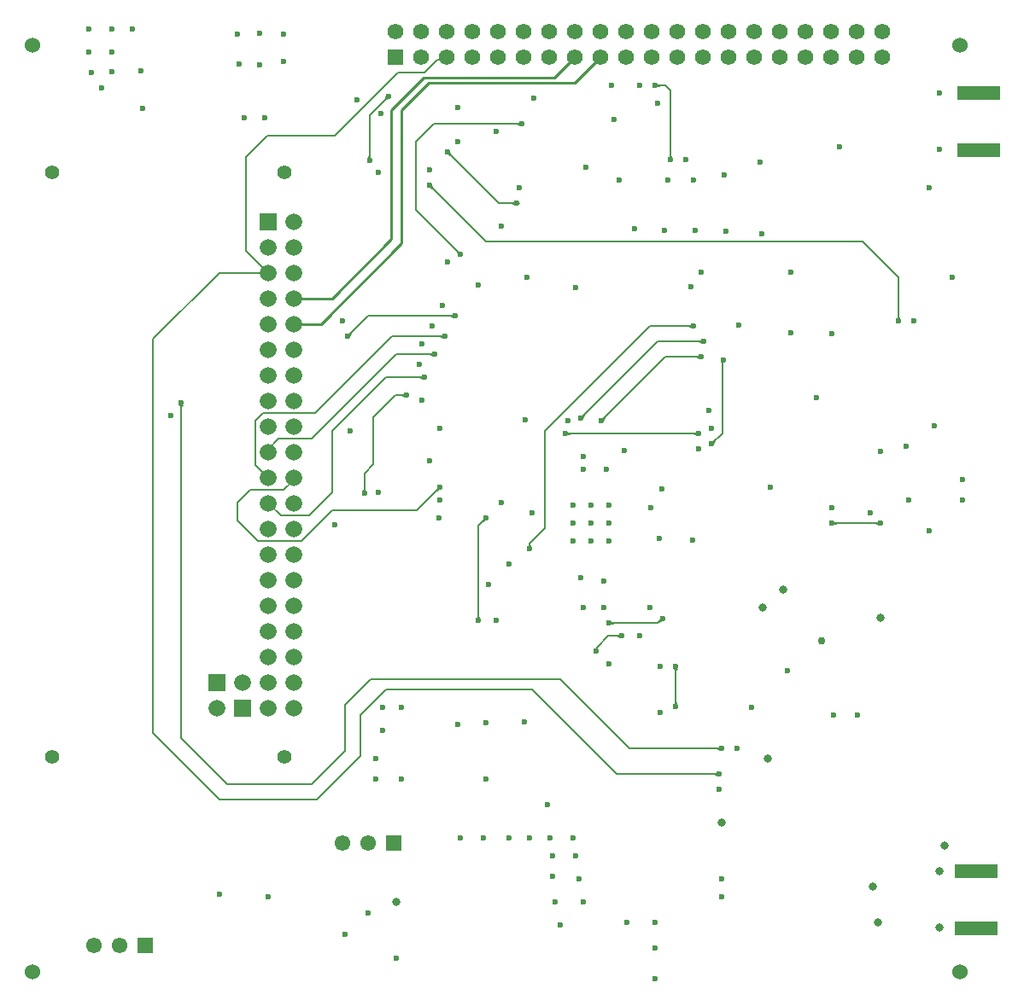
<source format=gbl>
%FSLAX23Y23*%
%MOIN*%
%SFA1B1*%

%IPPOS*%
%ADD15C,0.010000*%
%ADD18C,0.007090*%
%ADD74R,0.165350X0.053150*%
%ADD110C,0.061810*%
%ADD111R,0.061810X0.061810*%
%ADD119C,0.005910*%
%ADD127C,0.060000*%
%ADD128C,0.055120*%
%ADD129C,0.065550*%
%ADD130R,0.065550X0.065550*%
%ADD131R,0.061020X0.061020*%
%ADD132C,0.061020*%
%ADD133C,0.023620*%
%ADD134C,0.031500*%
%ADD135C,0.030000*%
%LNconcentrator_pcb-1*%
%LPD*%
G36*
X736Y2361D02*
X736Y2362D01*
X736Y2363*
X736Y2364*
X735Y2365*
X735Y2366*
X734Y2367*
X734Y2368*
X733Y2369*
X732Y2370*
X731Y2371*
X748*
X747Y2370*
X746Y2369*
X745Y2368*
X745Y2367*
X744Y2366*
X744Y2365*
X743Y2364*
X743Y2363*
X743Y2362*
X743Y2361*
X736*
G37*
G36*
X1458Y2045D02*
X1458Y2044D01*
X1458Y2043*
X1458Y2042*
X1458Y2041*
X1459Y2040*
X1459Y2039*
X1460Y2038*
X1461Y2037*
X1462Y2036*
X1463Y2035*
X1446*
X1447Y2036*
X1449Y2038*
X1450Y2039*
X1450Y2040*
X1451Y2041*
X1451Y2042*
X1451Y2043*
X1452Y2044*
X1452Y2045*
X1458*
G37*
G36*
X1601Y2412D02*
X1602Y2413D01*
X1603Y2413*
X1604Y2413*
X1605Y2413*
X1606Y2414*
X1607Y2414*
X1608Y2415*
X1609Y2416*
X1610Y2417*
X1611Y2418*
Y2401*
X1610Y2402*
X1608Y2404*
X1607Y2405*
X1606Y2405*
X1605Y2406*
X1604Y2406*
X1603Y2406*
X1602Y2406*
X1601Y2407*
Y2412*
G37*
G36*
X1671Y2482D02*
X1672Y2483D01*
X1673Y2483*
X1674Y2483*
X1675Y2483*
X1676Y2484*
X1677Y2484*
X1678Y2485*
X1679Y2486*
X1680Y2487*
X1681Y2488*
Y2471*
X1680Y2472*
X1678Y2474*
X1677Y2475*
X1676Y2475*
X1675Y2476*
X1674Y2476*
X1673Y2476*
X1672Y2476*
X1671Y2477*
Y2482*
G37*
G36*
X1711Y2572D02*
X1712Y2573D01*
X1713Y2573*
X1714Y2573*
X1715Y2573*
X1716Y2574*
X1717Y2574*
X1718Y2575*
X1719Y2576*
X1720Y2577*
X1721Y2578*
Y2561*
X1720Y2562*
X1718Y2564*
X1717Y2565*
X1716Y2565*
X1715Y2566*
X1714Y2566*
X1713Y2566*
X1712Y2566*
X1711Y2567*
Y2572*
G37*
G36*
X1903Y1548D02*
X1903Y1547D01*
X1903Y1546*
X1903Y1545*
X1904Y1544*
X1904Y1543*
X1905Y1542*
X1905Y1541*
X1906Y1540*
X1907Y1539*
X1908Y1538*
X1891*
X1892Y1539*
X1893Y1540*
X1894Y1541*
X1894Y1542*
X1895Y1543*
X1895Y1544*
X1896Y1545*
X1896Y1546*
X1896Y1547*
X1896Y1548*
X1903*
G37*
G36*
X2103Y1828D02*
X2103Y1827D01*
X2103Y1826*
X2104Y1825*
X2104Y1824*
X2104Y1823*
X2105Y1822*
X2106Y1821*
X2106Y1820*
X2107Y1819*
X2108Y1817*
X2092Y1818*
X2093Y1819*
X2094Y1820*
X2095Y1821*
X2095Y1822*
X2096Y1823*
X2096Y1824*
X2097Y1825*
X2097Y1826*
X2097Y1827*
X2097Y1828*
X2103Y1828*
G37*
G36*
X1914Y1919D02*
X1915Y1920D01*
X1915Y1921*
X1916Y1922*
X1916Y1922*
X1917Y1923*
X1917Y1925*
X1917Y1926*
X1918Y1927*
X1918Y1928*
X1918Y1929*
X1929Y1918*
X1928Y1918*
X1927Y1918*
X1926Y1917*
X1925Y1917*
X1923Y1917*
X1922Y1916*
X1922Y1916*
X1921Y1915*
X1920Y1915*
X1919Y1914*
X1914Y1919*
G37*
G36*
X1734Y2038D02*
X1735Y2039D01*
X1736Y2040*
X1736Y2041*
X1737Y2042*
X1737Y2043*
X1737Y2044*
X1737Y2045*
X1738Y2047*
X1738Y2048*
X1738Y2049*
X1749Y2038*
X1748Y2038*
X1745Y2037*
X1744Y2037*
X1743Y2037*
X1742Y2037*
X1741Y2036*
X1740Y2036*
X1739Y2035*
X1738Y2034*
X1734Y2038*
G37*
G36*
X2258Y2257D02*
X2257Y2256D01*
X2256Y2256*
X2255Y2256*
X2254Y2256*
X2253Y2255*
X2252Y2255*
X2251Y2254*
X2250Y2253*
X2249Y2252*
X2248Y2251*
Y2268*
X2249Y2267*
X2251Y2265*
X2252Y2264*
X2253Y2264*
X2254Y2263*
X2255Y2263*
X2256Y2263*
X2257Y2263*
X2258Y2262*
Y2257*
G37*
G36*
X1405Y2651D02*
X1404Y2650D01*
X1403Y2649*
X1403Y2648*
X1402Y2647*
X1402Y2646*
X1402Y2645*
X1402Y2644*
X1401Y2642*
X1401Y2641*
X1401Y2640*
X1390Y2651*
X1391Y2651*
X1394Y2652*
X1395Y2652*
X1396Y2652*
X1397Y2652*
X1398Y2653*
X1399Y2653*
X1400Y2654*
X1401Y2655*
X1405Y2651*
G37*
G36*
X1751Y2642D02*
X1752Y2643D01*
X1753Y2643*
X1754Y2643*
X1755Y2643*
X1756Y2644*
X1757Y2644*
X1758Y2645*
X1759Y2646*
X1760Y2647*
X1761Y2648*
Y2631*
X1760Y2632*
X1758Y2634*
X1757Y2635*
X1756Y2635*
X1755Y2636*
X1754Y2636*
X1753Y2636*
X1752Y2636*
X1751Y2637*
Y2642*
G37*
G36*
X1791Y2722D02*
X1792Y2723D01*
X1793Y2723*
X1794Y2723*
X1795Y2723*
X1796Y2724*
X1797Y2724*
X1798Y2725*
X1799Y2726*
X1800Y2727*
X1801Y2728*
Y2711*
X1800Y2712*
X1798Y2714*
X1797Y2715*
X1796Y2715*
X1795Y2716*
X1794Y2716*
X1793Y2716*
X1792Y2716*
X1791Y2717*
Y2722*
G37*
G36*
X1819Y2975D02*
X1820Y2974D01*
X1821Y2974*
X1822Y2973*
X1822Y2973*
X1823Y2972*
X1825Y2972*
X1826Y2972*
X1827Y2971*
X1828Y2971*
X1829Y2971*
X1818Y2960*
X1818Y2961*
X1818Y2962*
X1817Y2963*
X1817Y2964*
X1817Y2966*
X1816Y2967*
X1816Y2967*
X1815Y2968*
X1815Y2969*
X1814Y2970*
X1819Y2975*
G37*
G36*
X2031Y3163D02*
X2032Y3163D01*
X2033Y3163*
X2034Y3163*
X2035Y3164*
X2036Y3164*
X2037Y3165*
X2038Y3165*
X2039Y3166*
X2040Y3167*
X2041Y3168*
Y3151*
X2040Y3152*
X2039Y3153*
X2038Y3154*
X2037Y3154*
X2036Y3155*
X2035Y3155*
X2034Y3156*
X2033Y3156*
X2032Y3156*
X2031Y3156*
Y3163*
G37*
G36*
X1476Y3347D02*
X1477Y3346D01*
X1477Y3345*
X1477Y3344*
X1477Y3343*
X1478Y3342*
X1478Y3341*
X1479Y3340*
X1480Y3339*
X1481Y3338*
X1482Y3337*
X1465*
X1466Y3338*
X1468Y3340*
X1469Y3341*
X1469Y3342*
X1470Y3343*
X1470Y3344*
X1470Y3345*
X1470Y3346*
X1471Y3347*
X1476*
G37*
G36*
X1720Y3214D02*
X1719Y3215D01*
X1718Y3215*
X1717Y3216*
X1717Y3216*
X1716Y3217*
X1714Y3217*
X1713Y3217*
X1712Y3218*
X1711Y3218*
X1710Y3218*
X1721Y3229*
X1721Y3228*
X1721Y3227*
X1722Y3226*
X1722Y3225*
X1722Y3223*
X1723Y3222*
X1723Y3222*
X1724Y3221*
X1724Y3220*
X1725Y3219*
X1720Y3214*
G37*
G36*
X1532Y3567D02*
X1533Y3568D01*
X1534Y3569*
X1534Y3570*
X1535Y3571*
X1535Y3572*
X1535Y3573*
X1535Y3574*
X1536Y3576*
X1536Y3577*
X1536Y3578*
X1547Y3567*
X1546Y3567*
X1543Y3566*
X1542Y3566*
X1541Y3566*
X1540Y3566*
X1539Y3565*
X1538Y3565*
X1537Y3564*
X1536Y3563*
X1532Y3567*
G37*
G36*
X1790Y3344D02*
X1789Y3345D01*
X1788Y3345*
X1787Y3346*
X1787Y3346*
X1786Y3347*
X1784Y3347*
X1783Y3347*
X1782Y3348*
X1781Y3348*
X1780Y3348*
X1791Y3359*
X1791Y3358*
X1791Y3357*
X1792Y3356*
X1792Y3355*
X1792Y3353*
X1793Y3352*
X1793Y3352*
X1794Y3351*
X1794Y3350*
X1795Y3349*
X1790Y3344*
G37*
G36*
X2051Y3473D02*
X2052Y3473D01*
X2053Y3473*
X2054Y3473*
X2055Y3474*
X2056Y3474*
X2057Y3475*
X2058Y3475*
X2059Y3476*
X2060Y3477*
X2061Y3478*
Y3461*
X2060Y3462*
X2059Y3463*
X2058Y3464*
X2057Y3464*
X2056Y3465*
X2055Y3465*
X2054Y3466*
X2053Y3466*
X2052Y3466*
X2051Y3466*
Y3473*
G37*
G36*
X3461Y1901D02*
X3460Y1902D01*
X3458Y1904*
X3457Y1905*
X3456Y1905*
X3455Y1906*
X3454Y1906*
X3453Y1906*
X3452Y1906*
X3451Y1907*
Y1912*
X3452Y1913*
X3453Y1913*
X3454Y1913*
X3455Y1913*
X3456Y1914*
X3457Y1914*
X3458Y1915*
X3459Y1916*
X3460Y1917*
X3461Y1918*
Y1901*
G37*
G36*
X3289Y1917D02*
X3291Y1915D01*
X3292Y1914*
X3293Y1914*
X3294Y1913*
X3295Y1913*
X3296Y1913*
X3297Y1913*
X3298Y1912*
Y1907*
X3297Y1906*
X3296Y1906*
X3295Y1906*
X3294Y1906*
X3293Y1905*
X3292Y1905*
X3291Y1904*
X3290Y1903*
X3289Y1902*
X3288Y1901*
Y1918*
X3289Y1917*
G37*
G36*
X2617Y1525D02*
X2615Y1525D01*
X2613Y1525*
X2611Y1525*
X2610Y1524*
X2609Y1524*
X2608Y1523*
X2607Y1523*
X2607Y1522*
X2606Y1522*
X2602Y1526*
X2602Y1527*
X2603Y1527*
X2603Y1528*
X2604Y1529*
X2604Y1530*
X2605Y1531*
X2605Y1533*
X2605Y1534*
X2605Y1535*
X2605Y1537*
X2617Y1525*
G37*
G36*
X2419Y1527D02*
X2421Y1525D01*
X2422Y1524*
X2423Y1524*
X2424Y1523*
X2425Y1523*
X2426Y1523*
X2427Y1523*
X2428Y1522*
Y1517*
X2427Y1516*
X2426Y1516*
X2425Y1516*
X2424Y1516*
X2423Y1515*
X2422Y1515*
X2421Y1514*
X2420Y1513*
X2419Y1512*
X2418Y1511*
Y1528*
X2419Y1527*
G37*
G36*
X2451Y1461D02*
X2450Y1462D01*
X2448Y1464*
X2447Y1465*
X2446Y1465*
X2445Y1466*
X2444Y1466*
X2443Y1466*
X2442Y1466*
X2441Y1467*
Y1472*
X2442Y1473*
X2443Y1473*
X2444Y1473*
X2445Y1473*
X2446Y1474*
X2447Y1474*
X2448Y1475*
X2449Y1476*
X2450Y1477*
X2451Y1478*
Y1461*
G37*
G36*
X2364Y1425D02*
X2364Y1423D01*
X2364Y1422*
X2364Y1422*
X2364Y1421*
X2365Y1421*
X2365Y1420*
X2365Y1420*
X2366Y1420*
X2355Y1421*
X2356Y1421*
X2356Y1421*
X2357Y1421*
X2357Y1422*
X2357Y1422*
X2357Y1423*
X2358Y1423*
X2358Y1424*
X2358Y1425*
X2358Y1426*
X2364*
X2364Y1425*
G37*
G36*
X2677Y1340D02*
X2675Y1338D01*
X2674Y1337*
X2674Y1336*
X2673Y1335*
X2673Y1334*
X2673Y1333*
X2673Y1332*
X2672Y1331*
X2667*
X2666Y1332*
X2666Y1333*
X2666Y1334*
X2666Y1335*
X2665Y1336*
X2665Y1337*
X2664Y1338*
X2663Y1339*
X2662Y1340*
X2661Y1341*
X2678*
X2677Y1340*
G37*
G36*
X2673Y1214D02*
X2673Y1213D01*
X2673Y1212*
X2673Y1211*
X2674Y1210*
X2674Y1209*
X2675Y1207*
X2676Y1206*
X2677Y1205*
X2678Y1204*
X2661*
X2662Y1205*
X2664Y1207*
X2665Y1209*
X2665Y1210*
X2666Y1211*
X2666Y1212*
X2666Y1213*
X2666Y1214*
X2667Y1214*
X2672*
X2673Y1214*
G37*
G36*
X2841Y1021D02*
X2840Y1022D01*
X2839Y1023*
X2838Y1024*
X2837Y1024*
X2836Y1025*
X2835Y1025*
X2834Y1026*
X2833Y1026*
X2832Y1026*
X2831Y1026*
Y1033*
X2832Y1033*
X2833Y1033*
X2834Y1033*
X2835Y1034*
X2836Y1034*
X2837Y1035*
X2838Y1035*
X2839Y1036*
X2840Y1037*
X2841Y1038*
Y1021*
G37*
G36*
X2831Y921D02*
X2830Y922D01*
X2829Y923*
X2828Y924*
X2827Y924*
X2826Y925*
X2825Y925*
X2824Y926*
X2823Y926*
X2822Y926*
X2821Y926*
Y933*
X2822Y933*
X2823Y933*
X2824Y933*
X2825Y934*
X2826Y934*
X2827Y935*
X2828Y935*
X2829Y936*
X2830Y937*
X2831Y938*
Y921*
G37*
G36*
X2761Y2551D02*
X2760Y2552D01*
X2758Y2554*
X2757Y2555*
X2756Y2555*
X2755Y2556*
X2754Y2556*
X2753Y2556*
X2752Y2556*
X2751Y2557*
Y2562*
X2752Y2563*
X2753Y2563*
X2754Y2563*
X2755Y2563*
X2756Y2564*
X2757Y2564*
X2758Y2565*
X2759Y2566*
X2760Y2567*
X2761Y2568*
Y2551*
G37*
G36*
X2315Y2331D02*
X2314Y2330D01*
X2313Y2329*
X2313Y2328*
X2312Y2327*
X2312Y2326*
X2312Y2325*
X2312Y2324*
X2311Y2322*
X2311Y2321*
X2311Y2320*
X2300Y2331*
X2301Y2331*
X2304Y2332*
X2305Y2332*
X2306Y2332*
X2307Y2332*
X2308Y2333*
X2309Y2333*
X2310Y2334*
X2311Y2335*
X2315Y2331*
G37*
G36*
X2395Y2321D02*
X2394Y2320D01*
X2393Y2319*
X2393Y2318*
X2392Y2317*
X2392Y2316*
X2392Y2315*
X2392Y2314*
X2391Y2312*
X2391Y2311*
X2391Y2310*
X2380Y2321*
X2381Y2321*
X2384Y2322*
X2385Y2322*
X2386Y2322*
X2387Y2322*
X2388Y2323*
X2389Y2323*
X2390Y2324*
X2391Y2325*
X2395Y2321*
G37*
G36*
X2751Y2251D02*
X2750Y2252D01*
X2748Y2254*
X2747Y2255*
X2746Y2255*
X2745Y2256*
X2744Y2256*
X2743Y2256*
X2742Y2256*
X2741Y2257*
Y2262*
X2742Y2263*
X2743Y2263*
X2744Y2263*
X2745Y2263*
X2746Y2264*
X2747Y2264*
X2748Y2265*
X2749Y2266*
X2750Y2267*
X2751Y2268*
Y2251*
G37*
G36*
X2825Y2231D02*
X2824Y2230D01*
X2823Y2229*
X2823Y2228*
X2822Y2227*
X2822Y2226*
X2822Y2225*
X2822Y2224*
X2821Y2222*
X2821Y2221*
X2821Y2220*
X2810Y2231*
X2811Y2231*
X2814Y2232*
X2815Y2232*
X2816Y2232*
X2817Y2232*
X2818Y2233*
X2819Y2233*
X2820Y2234*
X2821Y2235*
X2825Y2231*
G37*
G36*
X2761Y2622D02*
X2762Y2623D01*
X2763Y2623*
X2764Y2623*
X2765Y2623*
X2766Y2624*
X2767Y2624*
X2768Y2625*
X2769Y2626*
X2770Y2627*
X2771Y2628*
Y2611*
X2770Y2612*
X2768Y2614*
X2767Y2615*
X2766Y2615*
X2765Y2616*
X2764Y2616*
X2763Y2616*
X2762Y2616*
X2761Y2617*
Y2622*
G37*
G36*
X2721Y2682D02*
X2722Y2683D01*
X2723Y2683*
X2724Y2683*
X2725Y2683*
X2726Y2684*
X2727Y2684*
X2728Y2685*
X2729Y2686*
X2730Y2687*
X2731Y2688*
Y2671*
X2730Y2672*
X2728Y2674*
X2727Y2675*
X2726Y2675*
X2725Y2676*
X2724Y2676*
X2723Y2676*
X2722Y2676*
X2721Y2677*
Y2682*
G37*
G36*
X3543Y2718D02*
X3543Y2717D01*
X3543Y2716*
X3543Y2715*
X3544Y2714*
X3544Y2713*
X3545Y2712*
X3545Y2711*
X3546Y2710*
X3547Y2709*
X3548Y2708*
X3531*
X3532Y2709*
X3533Y2710*
X3534Y2711*
X3534Y2712*
X3535Y2713*
X3535Y2714*
X3536Y2715*
X3536Y2716*
X3536Y2717*
X3536Y2718*
X3543*
G37*
G36*
X2653Y3348D02*
X2653Y3347D01*
X2653Y3346*
X2653Y3345*
X2654Y3344*
X2654Y3343*
X2655Y3342*
X2655Y3341*
X2656Y3340*
X2657Y3339*
X2658Y3338*
X2641*
X2642Y3339*
X2643Y3340*
X2644Y3341*
X2644Y3342*
X2645Y3343*
X2645Y3344*
X2646Y3345*
X2646Y3346*
X2646Y3347*
X2646Y3348*
X2653*
G37*
G36*
X2608Y3616D02*
X2607Y3616D01*
X2606Y3616*
X2605Y3616*
X2604Y3615*
X2603Y3615*
X2602Y3614*
X2601Y3614*
X2600Y3613*
X2599Y3612*
X2598Y3611*
Y3628*
X2599Y3627*
X2600Y3626*
X2601Y3625*
X2602Y3625*
X2603Y3624*
X2604Y3624*
X2605Y3623*
X2606Y3623*
X2607Y3623*
X2608Y3623*
Y3616*
G37*
G54D15*
X1329Y2789D02*
X1560Y3020D01*
X1600Y3005D02*
Y3525D01*
X1179Y2689D02*
X1284D01*
X1560Y3020D02*
Y3525D01*
X1179Y2789D02*
X1329D01*
X1284Y2689D02*
X1600Y3005D01*
X1560Y3525D02*
X1685Y3650D01*
X1600Y3525D02*
X1705Y3630D01*
X2275D02*
X2375Y3730D01*
X1685Y3650D02*
X2195D01*
X1705Y3630D02*
X2275D01*
X2195Y3650D02*
X2275Y3730D01*
G54D18*
X1900Y1530D02*
Y1900D01*
X1585Y3670D02*
X1690D01*
X1740Y3720*
X1338Y3423D02*
X1585Y3670D01*
X1740Y3720D02*
X1765D01*
X3540Y2700D02*
Y2870D01*
X1710Y3230D02*
X1930Y3010D01*
X3400*
X3540Y2870*
X1655Y3135D02*
Y3400D01*
X1725Y3470D02*
X2070D01*
X1655Y3400D02*
X1725Y3470D01*
X1655Y3135D02*
X1830Y2960D01*
X2440Y930D02*
X2840D01*
X2220Y1300D02*
X2490Y1030D01*
X2850*
X2110Y1260D02*
X2440Y930D01*
X992Y3340D02*
X1075Y3423D01*
X992Y2976D02*
Y3340D01*
Y2976D02*
X1079Y2889D01*
X1900Y1900D02*
X1930Y1930D01*
X2590Y3620D02*
X2630D01*
X630Y1090D02*
Y2630D01*
X889Y2889D02*
X1079D01*
X630Y2630D02*
X889Y2889D01*
X740Y1070D02*
X920Y890D01*
X740Y1070D02*
Y2380D01*
X920Y890D02*
X1250D01*
X1380Y1020*
Y1200*
X1480Y1300D02*
X2220D01*
X1380Y1200D02*
X1480Y1300D01*
X630Y1090D02*
X890Y830D01*
X1270*
X1440Y1000*
Y1160*
X1540Y1260*
X2110*
X1980Y3160D02*
X2060D01*
X1780Y3360D02*
X1980Y3160D01*
X2630Y3620D02*
X2650Y3600D01*
Y3330D02*
Y3600D01*
G54D74*
X3852Y3591D03*
Y3368D03*
X3842Y551D03*
Y328D03*
G54D110*
X3475Y3830D03*
X3375D03*
X3275D03*
X3175D03*
X3075D03*
X2975D03*
X2875D03*
X2775D03*
X2675D03*
X2575D03*
X2475D03*
X2375D03*
X2275D03*
X2175D03*
X2075D03*
X1975D03*
X1875D03*
X1775D03*
X1675D03*
X1575D03*
X3475Y3730D03*
X3375D03*
X3275D03*
X3175D03*
X3075D03*
X2975D03*
X2875D03*
X2775D03*
X2675D03*
X2575D03*
X2475D03*
X2375D03*
X2275D03*
X2175D03*
X2075D03*
X1975D03*
X1875D03*
X1775D03*
X1675D03*
G54D111*
X1575Y3730D03*
G54D119*
X2853Y2544D02*
X2856Y2548D01*
X2853Y2537D02*
Y2544D01*
X2851Y2261D02*
Y2535D01*
X2853Y2537*
X2810Y2220D02*
X2851Y2261D01*
X2240Y2260D02*
X2760D01*
X1474Y3505D02*
X1548Y3579D01*
X1474Y3329D02*
Y3505D01*
X3280Y1910D02*
X3470D01*
X2100Y1830D02*
X2160Y1890D01*
Y2270*
X2570Y2680*
X2670Y1196D02*
Y1350D01*
X2360Y1410D02*
X2361Y1411D01*
Y1426D02*
X2405Y1470D01*
X2460*
X2361Y1411D02*
Y1426D01*
X2600Y1520D02*
X2617Y1537D01*
X1075Y3423D02*
X1338D01*
X1765Y3720D02*
X1775Y3730D01*
X1390Y2640D02*
X1470Y2720D01*
X1810*
X1330Y1960D02*
X1660D01*
X1750Y2050*
X1179Y2079D02*
Y2089D01*
X1010Y2040D02*
X1140D01*
X1179Y2079*
X960Y1990D02*
X1010Y2040D01*
X960Y1920D02*
Y1990D01*
Y1920D02*
X1039Y1840D01*
X1210*
X1330Y1960*
X1079Y1989D02*
X1129Y1940D01*
X1240D02*
X1330Y2030D01*
X1079Y1989D02*
Y2019D01*
X1330Y2030D02*
Y2270D01*
X1129Y1940D02*
X1240D01*
X1455Y2027D02*
Y2105D01*
X1330Y2270D02*
X1540Y2480D01*
X1030Y2139D02*
Y2310D01*
X1079Y2089D02*
D01*
X1030Y2139D02*
X1079Y2089D01*
X1250Y2240D02*
X1580Y2570D01*
X1079Y2199D02*
X1120Y2240D01*
X1250*
X1079Y2189D02*
Y2199D01*
X2410Y1520D02*
X2600D01*
X1262Y2340D02*
X1562Y2640D01*
X1060Y2340D02*
X1262D01*
X1030Y2310D02*
X1060Y2340D01*
X1562Y2640D02*
X1770D01*
X1580Y2570D02*
X1730D01*
X1540Y2480D02*
X1690D01*
X1490Y2140D02*
Y2323D01*
X1576Y2410*
X1620*
X1455Y2105D02*
X1490Y2140D01*
X2380Y2310D02*
X2630Y2560D01*
X2300Y2320D02*
X2600Y2620D01*
X2780*
X2100Y1810D02*
X2100Y1810D01*
Y1830*
X2630Y2560D02*
X2770D01*
X2570Y2680D02*
X2740D01*
G54D127*
X157Y3779D03*
X3779D03*
Y157D03*
X157D03*
G54D128*
X1141Y998D03*
X236D03*
Y3281D03*
X1141D03*
G54D129*
X879Y1189D03*
X979Y1289D03*
X1179Y1189D03*
X1079D03*
X1179Y1289D03*
X1079D03*
X1179Y1389D03*
X1079D03*
X1179Y1489D03*
X1079D03*
X1179Y1589D03*
X1079D03*
X1179Y1689D03*
X1079D03*
X1179Y1789D03*
X1079D03*
X1179Y1889D03*
X1079D03*
X1179Y1989D03*
X1079D03*
X1179Y2089D03*
X1079D03*
X1179Y2189D03*
X1079D03*
X1179Y2289D03*
X1079D03*
X1179Y2389D03*
X1079D03*
X1179Y2489D03*
X1079D03*
X1179Y2589D03*
X1079D03*
X1179Y2689D03*
X1079D03*
X1179Y2789D03*
X1079D03*
X1179Y2889D03*
X1079D03*
X1179Y2989D03*
X1079D03*
X1179Y3089D03*
G54D130*
X879Y1289D03*
X979Y1189D03*
X1079Y3089D03*
G54D131*
X1570Y660D03*
X600Y260D03*
G54D132*
X1470Y660D03*
X1370D03*
X500Y260D03*
X400D03*
G54D133*
X2320Y3300D03*
X1380Y305D03*
X965Y3705D03*
X960Y3820D03*
X430Y3610D03*
X470Y3750D03*
X380D03*
X390Y3670D03*
X468Y3675D03*
X380Y3840D03*
X470D03*
X1750Y2280D03*
X2300Y1699D03*
X2310Y2120D03*
Y2170D03*
X2615Y2045D03*
X2400Y2120D03*
X1470Y387D03*
X1990Y1990D03*
X550Y3840D03*
X2710Y3330D03*
X1510Y3280D03*
X1520Y3510D03*
X2280Y610D03*
X2190D03*
X2292Y521D03*
X2190Y530D03*
X2200Y430D03*
X2310D03*
X2220Y340D03*
X2270Y680D03*
X2180D03*
X2100D03*
X2020D03*
X1920D03*
X1830D03*
X1510Y2030D03*
X1900Y1530D03*
X1970D03*
X1750Y2000D03*
X2810Y2280D03*
X2760Y2200D03*
X3430Y1950D03*
X3280Y1970D03*
X2570Y1580D03*
X2610Y1170D03*
Y1350D03*
X2530Y3620D03*
X1970Y3440D03*
X2060Y3220D03*
X1820Y3400D03*
X1710Y3290D03*
X1780Y2930D03*
X3600Y2700D03*
X2250Y2310D03*
X2530Y1470D03*
X2410Y1360D03*
X2840Y870D03*
X2910Y1030D03*
X700Y2330D03*
X1370Y2700D03*
X1680Y2390D03*
X1670Y2530D03*
X1680Y2610D03*
X1720Y2680D03*
X1760Y2760D03*
X1548Y3579D03*
X1474Y3329D03*
X2170Y810D03*
X3005Y3040D03*
X2082Y2314D03*
X2735Y1845D03*
X2606Y1850D03*
X2390Y1683D03*
X2571Y1970D03*
X2470Y2195D03*
X2965Y1190D03*
X2670Y1196D03*
X2915Y2685D03*
X3105Y1335D03*
X1340Y1905D03*
X1710Y2155D03*
X1745Y1930D03*
X2020Y1750D03*
X2080Y1135D03*
X1930Y1130D03*
X1820Y1125D03*
X2110Y1950D03*
X2617Y1537D03*
X1424Y3565D03*
X1820Y3535D03*
X2115Y3570D03*
X1140Y3715D03*
X1046Y3700D03*
Y3825D03*
X1140Y3820D03*
X2390Y1580D03*
X2310D03*
X2865Y3050D03*
X2745Y3055D03*
X2625D03*
X2510Y3060D03*
X1750Y2050D03*
X1580Y210D03*
X1600Y1190D03*
X1525Y1100D03*
Y1190D03*
X582Y3679D03*
X590Y3530D03*
X3285Y1160D03*
X3580Y2000D03*
X3120Y2653D03*
X2730Y2835D03*
X2420Y3620D03*
X2590D03*
X2600Y3550D03*
X1065Y3495D03*
X985D03*
X3120Y2890D03*
X2770D03*
X1400Y2270D03*
X1455Y2027D03*
X1940Y1670D03*
X890Y460D03*
X1080Y450D03*
X2590Y250D03*
Y350D03*
Y130D03*
X2480Y350D03*
X1500Y910D03*
Y990D03*
X1930Y910D03*
X1600D03*
X2640Y3250D03*
X2740D03*
X2860Y3270D03*
X3000Y3320D03*
X1990Y3070D03*
X1900Y2840D03*
X2090Y2870D03*
X2280Y2830D03*
X3040Y2050D03*
X3220Y2400D03*
X3280Y2650D03*
X2800Y2350D03*
X2810Y2220D03*
X740Y2380D03*
X2850Y1030D03*
X2840Y930D03*
X2410Y1520D03*
X1930Y1930D03*
X3470Y2190D03*
X3680Y2290D03*
X3570Y2210D03*
X3660Y1880D03*
X3790Y2000D03*
Y2080D03*
X2070Y3470D03*
X1830Y2960D03*
X3750Y2870D03*
X1390Y2640D03*
X1810Y2720D03*
X1770Y2640D03*
X1730Y2570D03*
X1690Y2480D03*
X3540Y2700D03*
X1620Y2410D03*
X1710Y3230D03*
X2050Y3160D03*
X1780Y3360D03*
X2650Y3330D03*
X3310Y3380D03*
X3660Y3220D03*
X3700Y3590D03*
Y3370D03*
X3852Y3368D03*
Y3591D03*
X2450Y3250D03*
X2430Y3489D03*
X3280Y1910D03*
X3470D03*
X2380Y2310D03*
X2300Y2320D03*
X2100Y1810D03*
X2770Y2560D03*
X2740Y2680D03*
X2780Y2620D03*
X2856Y2548D03*
X2240Y2260D03*
X2760D03*
X3380Y1160D03*
X2410Y1840D03*
X2340D03*
X2410Y1910D03*
X2340D03*
X2270Y1840D03*
Y1910D03*
X2340Y1980D03*
X2410D03*
X2270D03*
X2670Y1350D03*
X2360Y1410D03*
X2460Y1470D03*
X2850Y450D03*
Y520D03*
G54D134*
X3830Y555D03*
X1580Y430D03*
X3830Y320D03*
X3030Y990D03*
X3010Y1580D03*
X3090Y1650D03*
X3470Y1540D03*
X2850Y740D03*
X3460Y350D03*
X3440Y490D03*
X3720Y650D03*
X3700Y330D03*
Y550D03*
G54D135*
X3240Y1450D03*
M02*
</source>
